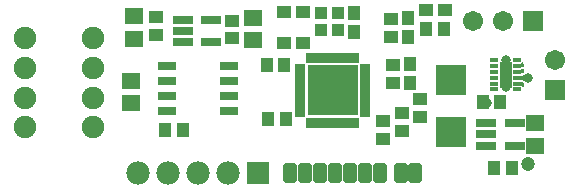
<source format=gts>
G04 Layer_Color=8388736*
%FSLAX25Y25*%
%MOIN*%
G70*
G01*
G75*
%ADD43R,0.10249X0.10249*%
%ADD44R,0.03950X0.04599*%
%ADD45R,0.04737X0.04343*%
%ADD46R,0.06509X0.02965*%
%ADD47R,0.04343X0.03950*%
%ADD48R,0.04599X0.03950*%
%ADD49R,0.04343X0.04737*%
%ADD50R,0.06312X0.03162*%
%ADD51R,0.06312X0.05328*%
%ADD52R,0.02769X0.01784*%
%ADD53R,0.04343X0.08674*%
%ADD54R,0.16942X0.16942*%
%ADD55R,0.01981X0.03753*%
%ADD56R,0.03753X0.01981*%
%ADD57C,0.07800*%
%ADD58R,0.07800X0.07800*%
%ADD59C,0.07493*%
G04:AMPARAMS|DCode=60|XSize=48mil|YSize=68mil|CornerRadius=14mil|HoleSize=0mil|Usage=FLASHONLY|Rotation=180.000|XOffset=0mil|YOffset=0mil|HoleType=Round|Shape=RoundedRectangle|*
%AMROUNDEDRECTD60*
21,1,0.04800,0.04000,0,0,180.0*
21,1,0.02000,0.06800,0,0,180.0*
1,1,0.02800,-0.01000,0.02000*
1,1,0.02800,0.01000,0.02000*
1,1,0.02800,0.01000,-0.02000*
1,1,0.02800,-0.01000,-0.02000*
%
%ADD60ROUNDEDRECTD60*%
%ADD61R,0.06706X0.06706*%
%ADD62C,0.06706*%
%ADD63R,0.06706X0.06706*%
%ADD64C,0.03162*%
%ADD65C,0.04737*%
G36*
X299140Y262980D02*
X298090Y263350D01*
X297730Y263440D01*
X297740Y264840D01*
X299140Y265020D01*
Y262980D01*
D02*
G37*
G36*
X298090Y262840D02*
X298910Y262520D01*
X298660Y260990D01*
X297980Y261350D01*
X297770D01*
X297720Y262830D01*
X297780Y262890D01*
X298090Y262840D01*
D02*
G37*
G36*
X298740Y267690D02*
X297780Y267620D01*
X297720D01*
X297670Y269080D01*
X297930Y269130D01*
X298280Y269430D01*
X298610Y269700D01*
X298740Y267690D01*
D02*
G37*
G36*
X298810Y265630D02*
X297780Y265650D01*
X297690Y267080D01*
X298480Y267170D01*
X298880Y267180D01*
X298810Y265630D01*
D02*
G37*
D43*
X274400Y246039D02*
D03*
Y263361D02*
D03*
D44*
X260300Y284050D02*
D03*
Y277750D02*
D03*
X242200Y279450D02*
D03*
Y285750D02*
D03*
X260700Y262550D02*
D03*
Y268850D02*
D03*
D45*
X254500Y277847D02*
D03*
Y283753D02*
D03*
X255100Y268353D02*
D03*
Y262447D02*
D03*
X251700Y249753D02*
D03*
Y243847D02*
D03*
X264200Y257047D02*
D03*
Y251142D02*
D03*
X258300Y252353D02*
D03*
Y246447D02*
D03*
X176200Y284353D02*
D03*
Y278447D02*
D03*
X201600Y277347D02*
D03*
Y283253D02*
D03*
D46*
X286276Y249040D02*
D03*
Y245300D02*
D03*
Y241560D02*
D03*
X295724Y249040D02*
D03*
Y241560D02*
D03*
X185076Y283440D02*
D03*
Y279700D02*
D03*
Y275960D02*
D03*
X194524Y283440D02*
D03*
Y275960D02*
D03*
D47*
X236700Y285853D02*
D03*
Y279947D02*
D03*
X231000Y285853D02*
D03*
Y279947D02*
D03*
D48*
X272550Y286700D02*
D03*
X266250D02*
D03*
X218850Y286000D02*
D03*
X225150D02*
D03*
X225250Y275800D02*
D03*
X218950D02*
D03*
D49*
X272153Y280500D02*
D03*
X266247D02*
D03*
X179147Y246900D02*
D03*
X185053D02*
D03*
X218953Y268300D02*
D03*
X213047D02*
D03*
X294753Y234000D02*
D03*
X288847D02*
D03*
X285047Y256000D02*
D03*
X290953D02*
D03*
X219553Y250400D02*
D03*
X213647D02*
D03*
D50*
X200533Y253000D02*
D03*
Y258000D02*
D03*
Y263000D02*
D03*
Y268000D02*
D03*
X179667Y268000D02*
D03*
Y263000D02*
D03*
Y258000D02*
D03*
Y253000D02*
D03*
D51*
X167700Y263240D02*
D03*
Y255760D02*
D03*
X302600Y248940D02*
D03*
Y241460D02*
D03*
X168800Y284640D02*
D03*
Y277160D02*
D03*
X208500Y276760D02*
D03*
Y284240D02*
D03*
D52*
X296440Y260279D02*
D03*
Y262247D02*
D03*
Y264216D02*
D03*
Y266184D02*
D03*
Y268153D02*
D03*
Y270121D02*
D03*
X288960D02*
D03*
Y268153D02*
D03*
Y266184D02*
D03*
Y264216D02*
D03*
Y262247D02*
D03*
Y260279D02*
D03*
D53*
X292700Y265200D02*
D03*
D54*
X235000Y260000D02*
D03*
D55*
X242874Y249075D02*
D03*
X240905D02*
D03*
X238937D02*
D03*
X236968D02*
D03*
X235000D02*
D03*
X233032D02*
D03*
X231063D02*
D03*
X229095D02*
D03*
X227126D02*
D03*
Y270925D02*
D03*
X229095D02*
D03*
X231063D02*
D03*
X233032D02*
D03*
X235000D02*
D03*
X236968D02*
D03*
X238937D02*
D03*
X240905D02*
D03*
X242874D02*
D03*
D56*
X224075Y252126D02*
D03*
Y254095D02*
D03*
Y256063D02*
D03*
Y258032D02*
D03*
Y260000D02*
D03*
Y261968D02*
D03*
Y263937D02*
D03*
Y265905D02*
D03*
Y267874D02*
D03*
X245925D02*
D03*
Y265905D02*
D03*
Y263937D02*
D03*
Y261968D02*
D03*
Y260000D02*
D03*
Y258032D02*
D03*
Y256063D02*
D03*
Y254095D02*
D03*
Y252126D02*
D03*
D57*
X170000Y232500D02*
D03*
X190000D02*
D03*
X200000D02*
D03*
X180000D02*
D03*
D58*
X210000D02*
D03*
D59*
X155000Y247736D02*
D03*
Y257579D02*
D03*
Y267421D02*
D03*
Y277264D02*
D03*
X132500D02*
D03*
Y267421D02*
D03*
Y257579D02*
D03*
Y247736D02*
D03*
D60*
X262500Y232500D02*
D03*
X257900Y232400D02*
D03*
X220900D02*
D03*
X225900D02*
D03*
X230900D02*
D03*
X235900D02*
D03*
X240900D02*
D03*
X245900D02*
D03*
X250900D02*
D03*
D61*
X309300Y260200D02*
D03*
D62*
Y270200D02*
D03*
X291700Y283000D02*
D03*
X281700D02*
D03*
D63*
X301700D02*
D03*
D64*
X300200Y264000D02*
D03*
X272153Y280500D02*
D03*
X292700Y261000D02*
D03*
Y264000D02*
D03*
Y267000D02*
D03*
Y270000D02*
D03*
X230953Y279947D02*
D03*
X254500Y277900D02*
D03*
X286400Y255700D02*
D03*
X260250Y277700D02*
D03*
X219553Y250400D02*
D03*
X252100Y249753D02*
D03*
X218850Y275900D02*
D03*
X208500Y276760D02*
D03*
X261000Y262000D02*
D03*
D65*
X300200Y235500D02*
D03*
M02*

</source>
